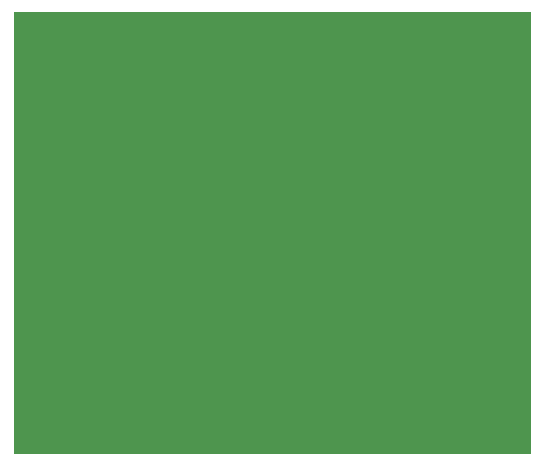
<source format=gbr>
G04 DipTrace 2.4.0.2*
%INBoard.gbr*%
%MOIN*%
%ADD11C,0.0055*%
%FSLAX44Y44*%
G04*
G70*
G90*
G75*
G01*
%LNBoardPoly*%
%LPD*%
G36*
X0Y0D2*
D11*
X17250D1*
Y14750D1*
X0D1*
Y0D1*
G37*
M02*

</source>
